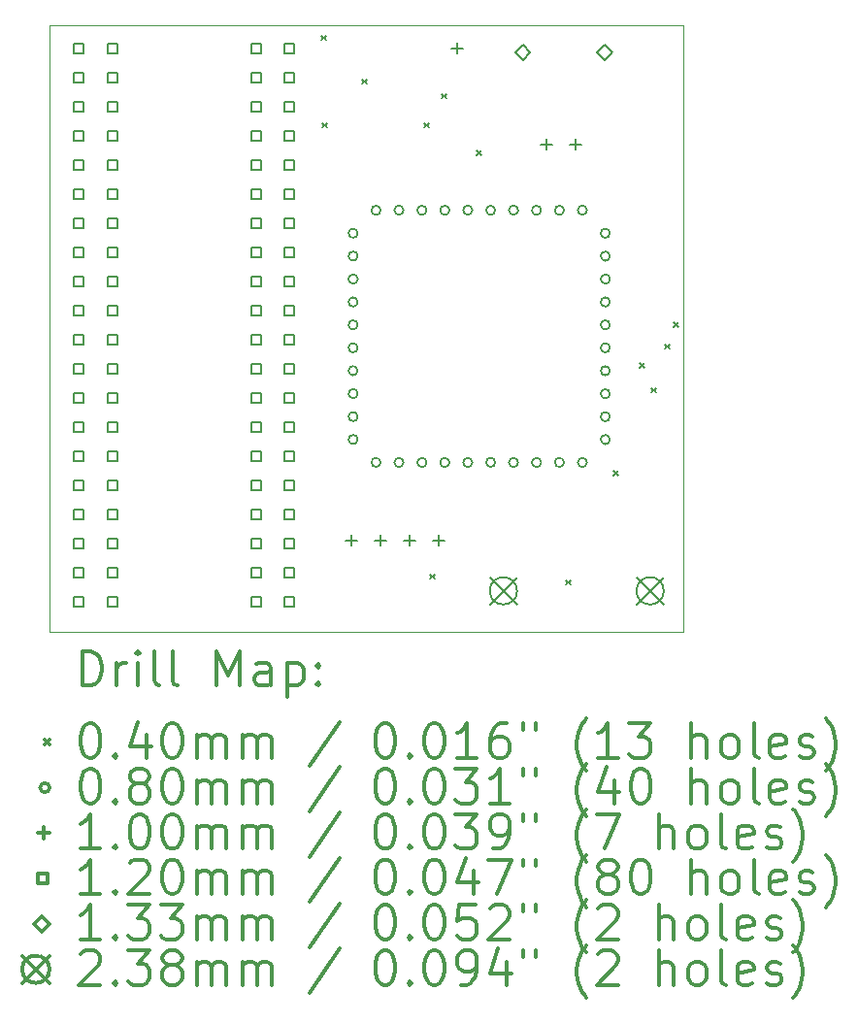
<source format=gbr>
%FSLAX45Y45*%
G04 Gerber Fmt 4.5, Leading zero omitted, Abs format (unit mm)*
G04 Created by KiCad (PCBNEW (5.1.6)-1) date 2022-08-20 08:16:11*
%MOMM*%
%LPD*%
G01*
G04 APERTURE LIST*
%TA.AperFunction,Profile*%
%ADD10C,0.050000*%
%TD*%
%ADD11C,0.200000*%
%ADD12C,0.300000*%
G04 APERTURE END LIST*
D10*
X12827000Y-11899900D02*
X12877800Y-11899900D01*
X12827000Y-6604000D02*
X12827000Y-11899900D01*
X18351500Y-6604000D02*
X12827000Y-6604000D01*
X18351500Y-11899900D02*
X18351500Y-6604000D01*
X12877800Y-11899900D02*
X18351500Y-11899900D01*
D11*
X15194600Y-6698300D02*
X15234600Y-6738300D01*
X15234600Y-6698300D02*
X15194600Y-6738300D01*
X15207300Y-7460300D02*
X15247300Y-7500300D01*
X15247300Y-7460300D02*
X15207300Y-7500300D01*
X15550200Y-7079300D02*
X15590200Y-7119300D01*
X15590200Y-7079300D02*
X15550200Y-7119300D01*
X16096300Y-7460300D02*
X16136300Y-7500300D01*
X16136300Y-7460300D02*
X16096300Y-7500300D01*
X16147100Y-11397300D02*
X16187100Y-11437300D01*
X16187100Y-11397300D02*
X16147100Y-11437300D01*
X16248700Y-7206300D02*
X16288700Y-7246300D01*
X16288700Y-7206300D02*
X16248700Y-7246300D01*
X16553500Y-7701600D02*
X16593500Y-7741600D01*
X16593500Y-7701600D02*
X16553500Y-7741600D01*
X17328200Y-11448100D02*
X17368200Y-11488100D01*
X17368200Y-11448100D02*
X17328200Y-11488100D01*
X17747300Y-10495600D02*
X17787300Y-10535600D01*
X17787300Y-10495600D02*
X17747300Y-10535600D01*
X17975900Y-9555800D02*
X18015900Y-9595800D01*
X18015900Y-9555800D02*
X17975900Y-9595800D01*
X18077500Y-9771700D02*
X18117500Y-9811700D01*
X18117500Y-9771700D02*
X18077500Y-9811700D01*
X18195001Y-9390700D02*
X18235001Y-9430700D01*
X18235001Y-9390700D02*
X18195001Y-9430700D01*
X18268000Y-9200200D02*
X18308000Y-9240200D01*
X18308000Y-9200200D02*
X18268000Y-9240200D01*
X15513500Y-8421800D02*
G75*
G03*
X15513500Y-8421800I-40000J0D01*
G01*
X15513500Y-8621800D02*
G75*
G03*
X15513500Y-8621800I-40000J0D01*
G01*
X15513500Y-8821800D02*
G75*
G03*
X15513500Y-8821800I-40000J0D01*
G01*
X15513500Y-9021800D02*
G75*
G03*
X15513500Y-9021800I-40000J0D01*
G01*
X15513500Y-9221800D02*
G75*
G03*
X15513500Y-9221800I-40000J0D01*
G01*
X15513500Y-9421800D02*
G75*
G03*
X15513500Y-9421800I-40000J0D01*
G01*
X15513500Y-9621800D02*
G75*
G03*
X15513500Y-9621800I-40000J0D01*
G01*
X15513500Y-9821800D02*
G75*
G03*
X15513500Y-9821800I-40000J0D01*
G01*
X15513500Y-10021800D02*
G75*
G03*
X15513500Y-10021800I-40000J0D01*
G01*
X15513500Y-10221800D02*
G75*
G03*
X15513500Y-10221800I-40000J0D01*
G01*
X15713500Y-8221800D02*
G75*
G03*
X15713500Y-8221800I-40000J0D01*
G01*
X15713500Y-10421800D02*
G75*
G03*
X15713500Y-10421800I-40000J0D01*
G01*
X15913500Y-8221800D02*
G75*
G03*
X15913500Y-8221800I-40000J0D01*
G01*
X15913500Y-10421800D02*
G75*
G03*
X15913500Y-10421800I-40000J0D01*
G01*
X16113500Y-8221800D02*
G75*
G03*
X16113500Y-8221800I-40000J0D01*
G01*
X16113500Y-10421800D02*
G75*
G03*
X16113500Y-10421800I-40000J0D01*
G01*
X16313500Y-8221800D02*
G75*
G03*
X16313500Y-8221800I-40000J0D01*
G01*
X16313500Y-10421800D02*
G75*
G03*
X16313500Y-10421800I-40000J0D01*
G01*
X16513500Y-8221800D02*
G75*
G03*
X16513500Y-8221800I-40000J0D01*
G01*
X16513500Y-10421800D02*
G75*
G03*
X16513500Y-10421800I-40000J0D01*
G01*
X16713500Y-8221800D02*
G75*
G03*
X16713500Y-8221800I-40000J0D01*
G01*
X16713500Y-10421800D02*
G75*
G03*
X16713500Y-10421800I-40000J0D01*
G01*
X16913500Y-8221800D02*
G75*
G03*
X16913500Y-8221800I-40000J0D01*
G01*
X16913500Y-10421800D02*
G75*
G03*
X16913500Y-10421800I-40000J0D01*
G01*
X17113500Y-8221800D02*
G75*
G03*
X17113500Y-8221800I-40000J0D01*
G01*
X17113500Y-10421800D02*
G75*
G03*
X17113500Y-10421800I-40000J0D01*
G01*
X17313500Y-8221800D02*
G75*
G03*
X17313500Y-8221800I-40000J0D01*
G01*
X17313500Y-10421800D02*
G75*
G03*
X17313500Y-10421800I-40000J0D01*
G01*
X17513500Y-8221800D02*
G75*
G03*
X17513500Y-8221800I-40000J0D01*
G01*
X17513500Y-10421800D02*
G75*
G03*
X17513500Y-10421800I-40000J0D01*
G01*
X17713500Y-8421800D02*
G75*
G03*
X17713500Y-8421800I-40000J0D01*
G01*
X17713500Y-8621800D02*
G75*
G03*
X17713500Y-8621800I-40000J0D01*
G01*
X17713500Y-8821800D02*
G75*
G03*
X17713500Y-8821800I-40000J0D01*
G01*
X17713500Y-9021800D02*
G75*
G03*
X17713500Y-9021800I-40000J0D01*
G01*
X17713500Y-9221800D02*
G75*
G03*
X17713500Y-9221800I-40000J0D01*
G01*
X17713500Y-9421800D02*
G75*
G03*
X17713500Y-9421800I-40000J0D01*
G01*
X17713500Y-9621800D02*
G75*
G03*
X17713500Y-9621800I-40000J0D01*
G01*
X17713500Y-9821800D02*
G75*
G03*
X17713500Y-9821800I-40000J0D01*
G01*
X17713500Y-10021800D02*
G75*
G03*
X17713500Y-10021800I-40000J0D01*
G01*
X17713500Y-10221800D02*
G75*
G03*
X17713500Y-10221800I-40000J0D01*
G01*
X15455900Y-11049800D02*
X15455900Y-11149800D01*
X15405900Y-11099800D02*
X15505900Y-11099800D01*
X15709900Y-11049800D02*
X15709900Y-11149800D01*
X15659900Y-11099800D02*
X15759900Y-11099800D01*
X15963900Y-11049800D02*
X15963900Y-11149800D01*
X15913900Y-11099800D02*
X16013900Y-11099800D01*
X16217900Y-11049800D02*
X16217900Y-11149800D01*
X16167900Y-11099800D02*
X16267900Y-11099800D01*
X17157700Y-7595400D02*
X17157700Y-7695400D01*
X17107700Y-7645400D02*
X17207700Y-7645400D01*
X17411700Y-7595400D02*
X17411700Y-7695400D01*
X17361700Y-7645400D02*
X17461700Y-7645400D01*
X16383000Y-6757200D02*
X16383000Y-6857200D01*
X16333000Y-6807200D02*
X16433000Y-6807200D01*
X13123427Y-6849627D02*
X13123427Y-6764773D01*
X13038573Y-6764773D01*
X13038573Y-6849627D01*
X13123427Y-6849627D01*
X13123427Y-7103627D02*
X13123427Y-7018773D01*
X13038573Y-7018773D01*
X13038573Y-7103627D01*
X13123427Y-7103627D01*
X13123427Y-7357627D02*
X13123427Y-7272773D01*
X13038573Y-7272773D01*
X13038573Y-7357627D01*
X13123427Y-7357627D01*
X13123427Y-7611627D02*
X13123427Y-7526773D01*
X13038573Y-7526773D01*
X13038573Y-7611627D01*
X13123427Y-7611627D01*
X13123427Y-7865627D02*
X13123427Y-7780773D01*
X13038573Y-7780773D01*
X13038573Y-7865627D01*
X13123427Y-7865627D01*
X13123427Y-8119627D02*
X13123427Y-8034773D01*
X13038573Y-8034773D01*
X13038573Y-8119627D01*
X13123427Y-8119627D01*
X13123427Y-8373627D02*
X13123427Y-8288773D01*
X13038573Y-8288773D01*
X13038573Y-8373627D01*
X13123427Y-8373627D01*
X13123427Y-8627627D02*
X13123427Y-8542773D01*
X13038573Y-8542773D01*
X13038573Y-8627627D01*
X13123427Y-8627627D01*
X13123427Y-8881627D02*
X13123427Y-8796773D01*
X13038573Y-8796773D01*
X13038573Y-8881627D01*
X13123427Y-8881627D01*
X13123427Y-9135627D02*
X13123427Y-9050773D01*
X13038573Y-9050773D01*
X13038573Y-9135627D01*
X13123427Y-9135627D01*
X13123427Y-9389627D02*
X13123427Y-9304773D01*
X13038573Y-9304773D01*
X13038573Y-9389627D01*
X13123427Y-9389627D01*
X13123427Y-9643627D02*
X13123427Y-9558773D01*
X13038573Y-9558773D01*
X13038573Y-9643627D01*
X13123427Y-9643627D01*
X13123427Y-9897627D02*
X13123427Y-9812773D01*
X13038573Y-9812773D01*
X13038573Y-9897627D01*
X13123427Y-9897627D01*
X13123427Y-10151627D02*
X13123427Y-10066773D01*
X13038573Y-10066773D01*
X13038573Y-10151627D01*
X13123427Y-10151627D01*
X13123427Y-10405627D02*
X13123427Y-10320773D01*
X13038573Y-10320773D01*
X13038573Y-10405627D01*
X13123427Y-10405627D01*
X13123427Y-10659627D02*
X13123427Y-10574773D01*
X13038573Y-10574773D01*
X13038573Y-10659627D01*
X13123427Y-10659627D01*
X13123427Y-10913627D02*
X13123427Y-10828773D01*
X13038573Y-10828773D01*
X13038573Y-10913627D01*
X13123427Y-10913627D01*
X13123427Y-11167627D02*
X13123427Y-11082773D01*
X13038573Y-11082773D01*
X13038573Y-11167627D01*
X13123427Y-11167627D01*
X13123427Y-11421627D02*
X13123427Y-11336773D01*
X13038573Y-11336773D01*
X13038573Y-11421627D01*
X13123427Y-11421627D01*
X13123427Y-11675627D02*
X13123427Y-11590773D01*
X13038573Y-11590773D01*
X13038573Y-11675627D01*
X13123427Y-11675627D01*
X14667427Y-6849627D02*
X14667427Y-6764773D01*
X14582573Y-6764773D01*
X14582573Y-6849627D01*
X14667427Y-6849627D01*
X14667427Y-7103627D02*
X14667427Y-7018773D01*
X14582573Y-7018773D01*
X14582573Y-7103627D01*
X14667427Y-7103627D01*
X14667427Y-7357627D02*
X14667427Y-7272773D01*
X14582573Y-7272773D01*
X14582573Y-7357627D01*
X14667427Y-7357627D01*
X14667427Y-7611627D02*
X14667427Y-7526773D01*
X14582573Y-7526773D01*
X14582573Y-7611627D01*
X14667427Y-7611627D01*
X14667427Y-7865627D02*
X14667427Y-7780773D01*
X14582573Y-7780773D01*
X14582573Y-7865627D01*
X14667427Y-7865627D01*
X14667427Y-8119627D02*
X14667427Y-8034773D01*
X14582573Y-8034773D01*
X14582573Y-8119627D01*
X14667427Y-8119627D01*
X14667427Y-8373627D02*
X14667427Y-8288773D01*
X14582573Y-8288773D01*
X14582573Y-8373627D01*
X14667427Y-8373627D01*
X14667427Y-8627627D02*
X14667427Y-8542773D01*
X14582573Y-8542773D01*
X14582573Y-8627627D01*
X14667427Y-8627627D01*
X14667427Y-8881627D02*
X14667427Y-8796773D01*
X14582573Y-8796773D01*
X14582573Y-8881627D01*
X14667427Y-8881627D01*
X14667427Y-9135627D02*
X14667427Y-9050773D01*
X14582573Y-9050773D01*
X14582573Y-9135627D01*
X14667427Y-9135627D01*
X14667427Y-9389627D02*
X14667427Y-9304773D01*
X14582573Y-9304773D01*
X14582573Y-9389627D01*
X14667427Y-9389627D01*
X14667427Y-9643627D02*
X14667427Y-9558773D01*
X14582573Y-9558773D01*
X14582573Y-9643627D01*
X14667427Y-9643627D01*
X14667427Y-9897627D02*
X14667427Y-9812773D01*
X14582573Y-9812773D01*
X14582573Y-9897627D01*
X14667427Y-9897627D01*
X14667427Y-10151627D02*
X14667427Y-10066773D01*
X14582573Y-10066773D01*
X14582573Y-10151627D01*
X14667427Y-10151627D01*
X14667427Y-10405627D02*
X14667427Y-10320773D01*
X14582573Y-10320773D01*
X14582573Y-10405627D01*
X14667427Y-10405627D01*
X14667427Y-10659627D02*
X14667427Y-10574773D01*
X14582573Y-10574773D01*
X14582573Y-10659627D01*
X14667427Y-10659627D01*
X14667427Y-10913627D02*
X14667427Y-10828773D01*
X14582573Y-10828773D01*
X14582573Y-10913627D01*
X14667427Y-10913627D01*
X14667427Y-11167627D02*
X14667427Y-11082773D01*
X14582573Y-11082773D01*
X14582573Y-11167627D01*
X14667427Y-11167627D01*
X14667427Y-11421627D02*
X14667427Y-11336773D01*
X14582573Y-11336773D01*
X14582573Y-11421627D01*
X14667427Y-11421627D01*
X14667427Y-11675627D02*
X14667427Y-11590773D01*
X14582573Y-11590773D01*
X14582573Y-11675627D01*
X14667427Y-11675627D01*
X13415527Y-6849627D02*
X13415527Y-6764773D01*
X13330673Y-6764773D01*
X13330673Y-6849627D01*
X13415527Y-6849627D01*
X13415527Y-7103627D02*
X13415527Y-7018773D01*
X13330673Y-7018773D01*
X13330673Y-7103627D01*
X13415527Y-7103627D01*
X13415527Y-7357627D02*
X13415527Y-7272773D01*
X13330673Y-7272773D01*
X13330673Y-7357627D01*
X13415527Y-7357627D01*
X13415527Y-7611627D02*
X13415527Y-7526773D01*
X13330673Y-7526773D01*
X13330673Y-7611627D01*
X13415527Y-7611627D01*
X13415527Y-7865627D02*
X13415527Y-7780773D01*
X13330673Y-7780773D01*
X13330673Y-7865627D01*
X13415527Y-7865627D01*
X13415527Y-8119627D02*
X13415527Y-8034773D01*
X13330673Y-8034773D01*
X13330673Y-8119627D01*
X13415527Y-8119627D01*
X13415527Y-8373627D02*
X13415527Y-8288773D01*
X13330673Y-8288773D01*
X13330673Y-8373627D01*
X13415527Y-8373627D01*
X13415527Y-8627627D02*
X13415527Y-8542773D01*
X13330673Y-8542773D01*
X13330673Y-8627627D01*
X13415527Y-8627627D01*
X13415527Y-8881627D02*
X13415527Y-8796773D01*
X13330673Y-8796773D01*
X13330673Y-8881627D01*
X13415527Y-8881627D01*
X13415527Y-9135627D02*
X13415527Y-9050773D01*
X13330673Y-9050773D01*
X13330673Y-9135627D01*
X13415527Y-9135627D01*
X13415527Y-9389627D02*
X13415527Y-9304773D01*
X13330673Y-9304773D01*
X13330673Y-9389627D01*
X13415527Y-9389627D01*
X13415527Y-9643627D02*
X13415527Y-9558773D01*
X13330673Y-9558773D01*
X13330673Y-9643627D01*
X13415527Y-9643627D01*
X13415527Y-9897627D02*
X13415527Y-9812773D01*
X13330673Y-9812773D01*
X13330673Y-9897627D01*
X13415527Y-9897627D01*
X13415527Y-10151627D02*
X13415527Y-10066773D01*
X13330673Y-10066773D01*
X13330673Y-10151627D01*
X13415527Y-10151627D01*
X13415527Y-10405627D02*
X13415527Y-10320773D01*
X13330673Y-10320773D01*
X13330673Y-10405627D01*
X13415527Y-10405627D01*
X13415527Y-10659627D02*
X13415527Y-10574773D01*
X13330673Y-10574773D01*
X13330673Y-10659627D01*
X13415527Y-10659627D01*
X13415527Y-10913627D02*
X13415527Y-10828773D01*
X13330673Y-10828773D01*
X13330673Y-10913627D01*
X13415527Y-10913627D01*
X13415527Y-11167627D02*
X13415527Y-11082773D01*
X13330673Y-11082773D01*
X13330673Y-11167627D01*
X13415527Y-11167627D01*
X13415527Y-11421627D02*
X13415527Y-11336773D01*
X13330673Y-11336773D01*
X13330673Y-11421627D01*
X13415527Y-11421627D01*
X13415527Y-11675627D02*
X13415527Y-11590773D01*
X13330673Y-11590773D01*
X13330673Y-11675627D01*
X13415527Y-11675627D01*
X14959527Y-6849627D02*
X14959527Y-6764773D01*
X14874673Y-6764773D01*
X14874673Y-6849627D01*
X14959527Y-6849627D01*
X14959527Y-7103627D02*
X14959527Y-7018773D01*
X14874673Y-7018773D01*
X14874673Y-7103627D01*
X14959527Y-7103627D01*
X14959527Y-7357627D02*
X14959527Y-7272773D01*
X14874673Y-7272773D01*
X14874673Y-7357627D01*
X14959527Y-7357627D01*
X14959527Y-7611627D02*
X14959527Y-7526773D01*
X14874673Y-7526773D01*
X14874673Y-7611627D01*
X14959527Y-7611627D01*
X14959527Y-7865627D02*
X14959527Y-7780773D01*
X14874673Y-7780773D01*
X14874673Y-7865627D01*
X14959527Y-7865627D01*
X14959527Y-8119627D02*
X14959527Y-8034773D01*
X14874673Y-8034773D01*
X14874673Y-8119627D01*
X14959527Y-8119627D01*
X14959527Y-8373627D02*
X14959527Y-8288773D01*
X14874673Y-8288773D01*
X14874673Y-8373627D01*
X14959527Y-8373627D01*
X14959527Y-8627627D02*
X14959527Y-8542773D01*
X14874673Y-8542773D01*
X14874673Y-8627627D01*
X14959527Y-8627627D01*
X14959527Y-8881627D02*
X14959527Y-8796773D01*
X14874673Y-8796773D01*
X14874673Y-8881627D01*
X14959527Y-8881627D01*
X14959527Y-9135627D02*
X14959527Y-9050773D01*
X14874673Y-9050773D01*
X14874673Y-9135627D01*
X14959527Y-9135627D01*
X14959527Y-9389627D02*
X14959527Y-9304773D01*
X14874673Y-9304773D01*
X14874673Y-9389627D01*
X14959527Y-9389627D01*
X14959527Y-9643627D02*
X14959527Y-9558773D01*
X14874673Y-9558773D01*
X14874673Y-9643627D01*
X14959527Y-9643627D01*
X14959527Y-9897627D02*
X14959527Y-9812773D01*
X14874673Y-9812773D01*
X14874673Y-9897627D01*
X14959527Y-9897627D01*
X14959527Y-10151627D02*
X14959527Y-10066773D01*
X14874673Y-10066773D01*
X14874673Y-10151627D01*
X14959527Y-10151627D01*
X14959527Y-10405627D02*
X14959527Y-10320773D01*
X14874673Y-10320773D01*
X14874673Y-10405627D01*
X14959527Y-10405627D01*
X14959527Y-10659627D02*
X14959527Y-10574773D01*
X14874673Y-10574773D01*
X14874673Y-10659627D01*
X14959527Y-10659627D01*
X14959527Y-10913627D02*
X14959527Y-10828773D01*
X14874673Y-10828773D01*
X14874673Y-10913627D01*
X14959527Y-10913627D01*
X14959527Y-11167627D02*
X14959527Y-11082773D01*
X14874673Y-11082773D01*
X14874673Y-11167627D01*
X14959527Y-11167627D01*
X14959527Y-11421627D02*
X14959527Y-11336773D01*
X14874673Y-11336773D01*
X14874673Y-11421627D01*
X14959527Y-11421627D01*
X14959527Y-11675627D02*
X14959527Y-11590773D01*
X14874673Y-11590773D01*
X14874673Y-11675627D01*
X14959527Y-11675627D01*
X16952600Y-6911725D02*
X17019025Y-6845300D01*
X16952600Y-6778875D01*
X16886175Y-6845300D01*
X16952600Y-6911725D01*
X17667600Y-6911725D02*
X17734025Y-6845300D01*
X17667600Y-6778875D01*
X17601175Y-6845300D01*
X17667600Y-6911725D01*
X16665400Y-11422900D02*
X16903400Y-11660900D01*
X16903400Y-11422900D02*
X16665400Y-11660900D01*
X16903400Y-11541900D02*
G75*
G03*
X16903400Y-11541900I-119000J0D01*
G01*
X17945400Y-11422900D02*
X18183400Y-11660900D01*
X18183400Y-11422900D02*
X17945400Y-11660900D01*
X18183400Y-11541900D02*
G75*
G03*
X18183400Y-11541900I-119000J0D01*
G01*
D12*
X13110928Y-12368114D02*
X13110928Y-12068114D01*
X13182357Y-12068114D01*
X13225214Y-12082400D01*
X13253786Y-12110971D01*
X13268071Y-12139543D01*
X13282357Y-12196686D01*
X13282357Y-12239543D01*
X13268071Y-12296686D01*
X13253786Y-12325257D01*
X13225214Y-12353829D01*
X13182357Y-12368114D01*
X13110928Y-12368114D01*
X13410928Y-12368114D02*
X13410928Y-12168114D01*
X13410928Y-12225257D02*
X13425214Y-12196686D01*
X13439500Y-12182400D01*
X13468071Y-12168114D01*
X13496643Y-12168114D01*
X13596643Y-12368114D02*
X13596643Y-12168114D01*
X13596643Y-12068114D02*
X13582357Y-12082400D01*
X13596643Y-12096686D01*
X13610928Y-12082400D01*
X13596643Y-12068114D01*
X13596643Y-12096686D01*
X13782357Y-12368114D02*
X13753786Y-12353829D01*
X13739500Y-12325257D01*
X13739500Y-12068114D01*
X13939500Y-12368114D02*
X13910928Y-12353829D01*
X13896643Y-12325257D01*
X13896643Y-12068114D01*
X14282357Y-12368114D02*
X14282357Y-12068114D01*
X14382357Y-12282400D01*
X14482357Y-12068114D01*
X14482357Y-12368114D01*
X14753786Y-12368114D02*
X14753786Y-12210971D01*
X14739500Y-12182400D01*
X14710928Y-12168114D01*
X14653786Y-12168114D01*
X14625214Y-12182400D01*
X14753786Y-12353829D02*
X14725214Y-12368114D01*
X14653786Y-12368114D01*
X14625214Y-12353829D01*
X14610928Y-12325257D01*
X14610928Y-12296686D01*
X14625214Y-12268114D01*
X14653786Y-12253829D01*
X14725214Y-12253829D01*
X14753786Y-12239543D01*
X14896643Y-12168114D02*
X14896643Y-12468114D01*
X14896643Y-12182400D02*
X14925214Y-12168114D01*
X14982357Y-12168114D01*
X15010928Y-12182400D01*
X15025214Y-12196686D01*
X15039500Y-12225257D01*
X15039500Y-12310971D01*
X15025214Y-12339543D01*
X15010928Y-12353829D01*
X14982357Y-12368114D01*
X14925214Y-12368114D01*
X14896643Y-12353829D01*
X15168071Y-12339543D02*
X15182357Y-12353829D01*
X15168071Y-12368114D01*
X15153786Y-12353829D01*
X15168071Y-12339543D01*
X15168071Y-12368114D01*
X15168071Y-12182400D02*
X15182357Y-12196686D01*
X15168071Y-12210971D01*
X15153786Y-12196686D01*
X15168071Y-12182400D01*
X15168071Y-12210971D01*
X12784500Y-12842400D02*
X12824500Y-12882400D01*
X12824500Y-12842400D02*
X12784500Y-12882400D01*
X13168071Y-12698114D02*
X13196643Y-12698114D01*
X13225214Y-12712400D01*
X13239500Y-12726686D01*
X13253786Y-12755257D01*
X13268071Y-12812400D01*
X13268071Y-12883829D01*
X13253786Y-12940971D01*
X13239500Y-12969543D01*
X13225214Y-12983829D01*
X13196643Y-12998114D01*
X13168071Y-12998114D01*
X13139500Y-12983829D01*
X13125214Y-12969543D01*
X13110928Y-12940971D01*
X13096643Y-12883829D01*
X13096643Y-12812400D01*
X13110928Y-12755257D01*
X13125214Y-12726686D01*
X13139500Y-12712400D01*
X13168071Y-12698114D01*
X13396643Y-12969543D02*
X13410928Y-12983829D01*
X13396643Y-12998114D01*
X13382357Y-12983829D01*
X13396643Y-12969543D01*
X13396643Y-12998114D01*
X13668071Y-12798114D02*
X13668071Y-12998114D01*
X13596643Y-12683829D02*
X13525214Y-12898114D01*
X13710928Y-12898114D01*
X13882357Y-12698114D02*
X13910928Y-12698114D01*
X13939500Y-12712400D01*
X13953786Y-12726686D01*
X13968071Y-12755257D01*
X13982357Y-12812400D01*
X13982357Y-12883829D01*
X13968071Y-12940971D01*
X13953786Y-12969543D01*
X13939500Y-12983829D01*
X13910928Y-12998114D01*
X13882357Y-12998114D01*
X13853786Y-12983829D01*
X13839500Y-12969543D01*
X13825214Y-12940971D01*
X13810928Y-12883829D01*
X13810928Y-12812400D01*
X13825214Y-12755257D01*
X13839500Y-12726686D01*
X13853786Y-12712400D01*
X13882357Y-12698114D01*
X14110928Y-12998114D02*
X14110928Y-12798114D01*
X14110928Y-12826686D02*
X14125214Y-12812400D01*
X14153786Y-12798114D01*
X14196643Y-12798114D01*
X14225214Y-12812400D01*
X14239500Y-12840971D01*
X14239500Y-12998114D01*
X14239500Y-12840971D02*
X14253786Y-12812400D01*
X14282357Y-12798114D01*
X14325214Y-12798114D01*
X14353786Y-12812400D01*
X14368071Y-12840971D01*
X14368071Y-12998114D01*
X14510928Y-12998114D02*
X14510928Y-12798114D01*
X14510928Y-12826686D02*
X14525214Y-12812400D01*
X14553786Y-12798114D01*
X14596643Y-12798114D01*
X14625214Y-12812400D01*
X14639500Y-12840971D01*
X14639500Y-12998114D01*
X14639500Y-12840971D02*
X14653786Y-12812400D01*
X14682357Y-12798114D01*
X14725214Y-12798114D01*
X14753786Y-12812400D01*
X14768071Y-12840971D01*
X14768071Y-12998114D01*
X15353786Y-12683829D02*
X15096643Y-13069543D01*
X15739500Y-12698114D02*
X15768071Y-12698114D01*
X15796643Y-12712400D01*
X15810928Y-12726686D01*
X15825214Y-12755257D01*
X15839500Y-12812400D01*
X15839500Y-12883829D01*
X15825214Y-12940971D01*
X15810928Y-12969543D01*
X15796643Y-12983829D01*
X15768071Y-12998114D01*
X15739500Y-12998114D01*
X15710928Y-12983829D01*
X15696643Y-12969543D01*
X15682357Y-12940971D01*
X15668071Y-12883829D01*
X15668071Y-12812400D01*
X15682357Y-12755257D01*
X15696643Y-12726686D01*
X15710928Y-12712400D01*
X15739500Y-12698114D01*
X15968071Y-12969543D02*
X15982357Y-12983829D01*
X15968071Y-12998114D01*
X15953786Y-12983829D01*
X15968071Y-12969543D01*
X15968071Y-12998114D01*
X16168071Y-12698114D02*
X16196643Y-12698114D01*
X16225214Y-12712400D01*
X16239500Y-12726686D01*
X16253786Y-12755257D01*
X16268071Y-12812400D01*
X16268071Y-12883829D01*
X16253786Y-12940971D01*
X16239500Y-12969543D01*
X16225214Y-12983829D01*
X16196643Y-12998114D01*
X16168071Y-12998114D01*
X16139500Y-12983829D01*
X16125214Y-12969543D01*
X16110928Y-12940971D01*
X16096643Y-12883829D01*
X16096643Y-12812400D01*
X16110928Y-12755257D01*
X16125214Y-12726686D01*
X16139500Y-12712400D01*
X16168071Y-12698114D01*
X16553786Y-12998114D02*
X16382357Y-12998114D01*
X16468071Y-12998114D02*
X16468071Y-12698114D01*
X16439500Y-12740971D01*
X16410928Y-12769543D01*
X16382357Y-12783829D01*
X16810928Y-12698114D02*
X16753786Y-12698114D01*
X16725214Y-12712400D01*
X16710928Y-12726686D01*
X16682357Y-12769543D01*
X16668071Y-12826686D01*
X16668071Y-12940971D01*
X16682357Y-12969543D01*
X16696643Y-12983829D01*
X16725214Y-12998114D01*
X16782357Y-12998114D01*
X16810928Y-12983829D01*
X16825214Y-12969543D01*
X16839500Y-12940971D01*
X16839500Y-12869543D01*
X16825214Y-12840971D01*
X16810928Y-12826686D01*
X16782357Y-12812400D01*
X16725214Y-12812400D01*
X16696643Y-12826686D01*
X16682357Y-12840971D01*
X16668071Y-12869543D01*
X16953786Y-12698114D02*
X16953786Y-12755257D01*
X17068071Y-12698114D02*
X17068071Y-12755257D01*
X17510928Y-13112400D02*
X17496643Y-13098114D01*
X17468071Y-13055257D01*
X17453786Y-13026686D01*
X17439500Y-12983829D01*
X17425214Y-12912400D01*
X17425214Y-12855257D01*
X17439500Y-12783829D01*
X17453786Y-12740971D01*
X17468071Y-12712400D01*
X17496643Y-12669543D01*
X17510928Y-12655257D01*
X17782357Y-12998114D02*
X17610928Y-12998114D01*
X17696643Y-12998114D02*
X17696643Y-12698114D01*
X17668071Y-12740971D01*
X17639500Y-12769543D01*
X17610928Y-12783829D01*
X17882357Y-12698114D02*
X18068071Y-12698114D01*
X17968071Y-12812400D01*
X18010928Y-12812400D01*
X18039500Y-12826686D01*
X18053786Y-12840971D01*
X18068071Y-12869543D01*
X18068071Y-12940971D01*
X18053786Y-12969543D01*
X18039500Y-12983829D01*
X18010928Y-12998114D01*
X17925214Y-12998114D01*
X17896643Y-12983829D01*
X17882357Y-12969543D01*
X18425214Y-12998114D02*
X18425214Y-12698114D01*
X18553786Y-12998114D02*
X18553786Y-12840971D01*
X18539500Y-12812400D01*
X18510928Y-12798114D01*
X18468071Y-12798114D01*
X18439500Y-12812400D01*
X18425214Y-12826686D01*
X18739500Y-12998114D02*
X18710928Y-12983829D01*
X18696643Y-12969543D01*
X18682357Y-12940971D01*
X18682357Y-12855257D01*
X18696643Y-12826686D01*
X18710928Y-12812400D01*
X18739500Y-12798114D01*
X18782357Y-12798114D01*
X18810928Y-12812400D01*
X18825214Y-12826686D01*
X18839500Y-12855257D01*
X18839500Y-12940971D01*
X18825214Y-12969543D01*
X18810928Y-12983829D01*
X18782357Y-12998114D01*
X18739500Y-12998114D01*
X19010928Y-12998114D02*
X18982357Y-12983829D01*
X18968071Y-12955257D01*
X18968071Y-12698114D01*
X19239500Y-12983829D02*
X19210928Y-12998114D01*
X19153786Y-12998114D01*
X19125214Y-12983829D01*
X19110928Y-12955257D01*
X19110928Y-12840971D01*
X19125214Y-12812400D01*
X19153786Y-12798114D01*
X19210928Y-12798114D01*
X19239500Y-12812400D01*
X19253786Y-12840971D01*
X19253786Y-12869543D01*
X19110928Y-12898114D01*
X19368071Y-12983829D02*
X19396643Y-12998114D01*
X19453786Y-12998114D01*
X19482357Y-12983829D01*
X19496643Y-12955257D01*
X19496643Y-12940971D01*
X19482357Y-12912400D01*
X19453786Y-12898114D01*
X19410928Y-12898114D01*
X19382357Y-12883829D01*
X19368071Y-12855257D01*
X19368071Y-12840971D01*
X19382357Y-12812400D01*
X19410928Y-12798114D01*
X19453786Y-12798114D01*
X19482357Y-12812400D01*
X19596643Y-13112400D02*
X19610928Y-13098114D01*
X19639500Y-13055257D01*
X19653786Y-13026686D01*
X19668071Y-12983829D01*
X19682357Y-12912400D01*
X19682357Y-12855257D01*
X19668071Y-12783829D01*
X19653786Y-12740971D01*
X19639500Y-12712400D01*
X19610928Y-12669543D01*
X19596643Y-12655257D01*
X12824500Y-13258400D02*
G75*
G03*
X12824500Y-13258400I-40000J0D01*
G01*
X13168071Y-13094114D02*
X13196643Y-13094114D01*
X13225214Y-13108400D01*
X13239500Y-13122686D01*
X13253786Y-13151257D01*
X13268071Y-13208400D01*
X13268071Y-13279829D01*
X13253786Y-13336971D01*
X13239500Y-13365543D01*
X13225214Y-13379829D01*
X13196643Y-13394114D01*
X13168071Y-13394114D01*
X13139500Y-13379829D01*
X13125214Y-13365543D01*
X13110928Y-13336971D01*
X13096643Y-13279829D01*
X13096643Y-13208400D01*
X13110928Y-13151257D01*
X13125214Y-13122686D01*
X13139500Y-13108400D01*
X13168071Y-13094114D01*
X13396643Y-13365543D02*
X13410928Y-13379829D01*
X13396643Y-13394114D01*
X13382357Y-13379829D01*
X13396643Y-13365543D01*
X13396643Y-13394114D01*
X13582357Y-13222686D02*
X13553786Y-13208400D01*
X13539500Y-13194114D01*
X13525214Y-13165543D01*
X13525214Y-13151257D01*
X13539500Y-13122686D01*
X13553786Y-13108400D01*
X13582357Y-13094114D01*
X13639500Y-13094114D01*
X13668071Y-13108400D01*
X13682357Y-13122686D01*
X13696643Y-13151257D01*
X13696643Y-13165543D01*
X13682357Y-13194114D01*
X13668071Y-13208400D01*
X13639500Y-13222686D01*
X13582357Y-13222686D01*
X13553786Y-13236971D01*
X13539500Y-13251257D01*
X13525214Y-13279829D01*
X13525214Y-13336971D01*
X13539500Y-13365543D01*
X13553786Y-13379829D01*
X13582357Y-13394114D01*
X13639500Y-13394114D01*
X13668071Y-13379829D01*
X13682357Y-13365543D01*
X13696643Y-13336971D01*
X13696643Y-13279829D01*
X13682357Y-13251257D01*
X13668071Y-13236971D01*
X13639500Y-13222686D01*
X13882357Y-13094114D02*
X13910928Y-13094114D01*
X13939500Y-13108400D01*
X13953786Y-13122686D01*
X13968071Y-13151257D01*
X13982357Y-13208400D01*
X13982357Y-13279829D01*
X13968071Y-13336971D01*
X13953786Y-13365543D01*
X13939500Y-13379829D01*
X13910928Y-13394114D01*
X13882357Y-13394114D01*
X13853786Y-13379829D01*
X13839500Y-13365543D01*
X13825214Y-13336971D01*
X13810928Y-13279829D01*
X13810928Y-13208400D01*
X13825214Y-13151257D01*
X13839500Y-13122686D01*
X13853786Y-13108400D01*
X13882357Y-13094114D01*
X14110928Y-13394114D02*
X14110928Y-13194114D01*
X14110928Y-13222686D02*
X14125214Y-13208400D01*
X14153786Y-13194114D01*
X14196643Y-13194114D01*
X14225214Y-13208400D01*
X14239500Y-13236971D01*
X14239500Y-13394114D01*
X14239500Y-13236971D02*
X14253786Y-13208400D01*
X14282357Y-13194114D01*
X14325214Y-13194114D01*
X14353786Y-13208400D01*
X14368071Y-13236971D01*
X14368071Y-13394114D01*
X14510928Y-13394114D02*
X14510928Y-13194114D01*
X14510928Y-13222686D02*
X14525214Y-13208400D01*
X14553786Y-13194114D01*
X14596643Y-13194114D01*
X14625214Y-13208400D01*
X14639500Y-13236971D01*
X14639500Y-13394114D01*
X14639500Y-13236971D02*
X14653786Y-13208400D01*
X14682357Y-13194114D01*
X14725214Y-13194114D01*
X14753786Y-13208400D01*
X14768071Y-13236971D01*
X14768071Y-13394114D01*
X15353786Y-13079829D02*
X15096643Y-13465543D01*
X15739500Y-13094114D02*
X15768071Y-13094114D01*
X15796643Y-13108400D01*
X15810928Y-13122686D01*
X15825214Y-13151257D01*
X15839500Y-13208400D01*
X15839500Y-13279829D01*
X15825214Y-13336971D01*
X15810928Y-13365543D01*
X15796643Y-13379829D01*
X15768071Y-13394114D01*
X15739500Y-13394114D01*
X15710928Y-13379829D01*
X15696643Y-13365543D01*
X15682357Y-13336971D01*
X15668071Y-13279829D01*
X15668071Y-13208400D01*
X15682357Y-13151257D01*
X15696643Y-13122686D01*
X15710928Y-13108400D01*
X15739500Y-13094114D01*
X15968071Y-13365543D02*
X15982357Y-13379829D01*
X15968071Y-13394114D01*
X15953786Y-13379829D01*
X15968071Y-13365543D01*
X15968071Y-13394114D01*
X16168071Y-13094114D02*
X16196643Y-13094114D01*
X16225214Y-13108400D01*
X16239500Y-13122686D01*
X16253786Y-13151257D01*
X16268071Y-13208400D01*
X16268071Y-13279829D01*
X16253786Y-13336971D01*
X16239500Y-13365543D01*
X16225214Y-13379829D01*
X16196643Y-13394114D01*
X16168071Y-13394114D01*
X16139500Y-13379829D01*
X16125214Y-13365543D01*
X16110928Y-13336971D01*
X16096643Y-13279829D01*
X16096643Y-13208400D01*
X16110928Y-13151257D01*
X16125214Y-13122686D01*
X16139500Y-13108400D01*
X16168071Y-13094114D01*
X16368071Y-13094114D02*
X16553786Y-13094114D01*
X16453786Y-13208400D01*
X16496643Y-13208400D01*
X16525214Y-13222686D01*
X16539500Y-13236971D01*
X16553786Y-13265543D01*
X16553786Y-13336971D01*
X16539500Y-13365543D01*
X16525214Y-13379829D01*
X16496643Y-13394114D01*
X16410928Y-13394114D01*
X16382357Y-13379829D01*
X16368071Y-13365543D01*
X16839500Y-13394114D02*
X16668071Y-13394114D01*
X16753786Y-13394114D02*
X16753786Y-13094114D01*
X16725214Y-13136971D01*
X16696643Y-13165543D01*
X16668071Y-13179829D01*
X16953786Y-13094114D02*
X16953786Y-13151257D01*
X17068071Y-13094114D02*
X17068071Y-13151257D01*
X17510928Y-13508400D02*
X17496643Y-13494114D01*
X17468071Y-13451257D01*
X17453786Y-13422686D01*
X17439500Y-13379829D01*
X17425214Y-13308400D01*
X17425214Y-13251257D01*
X17439500Y-13179829D01*
X17453786Y-13136971D01*
X17468071Y-13108400D01*
X17496643Y-13065543D01*
X17510928Y-13051257D01*
X17753786Y-13194114D02*
X17753786Y-13394114D01*
X17682357Y-13079829D02*
X17610928Y-13294114D01*
X17796643Y-13294114D01*
X17968071Y-13094114D02*
X17996643Y-13094114D01*
X18025214Y-13108400D01*
X18039500Y-13122686D01*
X18053786Y-13151257D01*
X18068071Y-13208400D01*
X18068071Y-13279829D01*
X18053786Y-13336971D01*
X18039500Y-13365543D01*
X18025214Y-13379829D01*
X17996643Y-13394114D01*
X17968071Y-13394114D01*
X17939500Y-13379829D01*
X17925214Y-13365543D01*
X17910928Y-13336971D01*
X17896643Y-13279829D01*
X17896643Y-13208400D01*
X17910928Y-13151257D01*
X17925214Y-13122686D01*
X17939500Y-13108400D01*
X17968071Y-13094114D01*
X18425214Y-13394114D02*
X18425214Y-13094114D01*
X18553786Y-13394114D02*
X18553786Y-13236971D01*
X18539500Y-13208400D01*
X18510928Y-13194114D01*
X18468071Y-13194114D01*
X18439500Y-13208400D01*
X18425214Y-13222686D01*
X18739500Y-13394114D02*
X18710928Y-13379829D01*
X18696643Y-13365543D01*
X18682357Y-13336971D01*
X18682357Y-13251257D01*
X18696643Y-13222686D01*
X18710928Y-13208400D01*
X18739500Y-13194114D01*
X18782357Y-13194114D01*
X18810928Y-13208400D01*
X18825214Y-13222686D01*
X18839500Y-13251257D01*
X18839500Y-13336971D01*
X18825214Y-13365543D01*
X18810928Y-13379829D01*
X18782357Y-13394114D01*
X18739500Y-13394114D01*
X19010928Y-13394114D02*
X18982357Y-13379829D01*
X18968071Y-13351257D01*
X18968071Y-13094114D01*
X19239500Y-13379829D02*
X19210928Y-13394114D01*
X19153786Y-13394114D01*
X19125214Y-13379829D01*
X19110928Y-13351257D01*
X19110928Y-13236971D01*
X19125214Y-13208400D01*
X19153786Y-13194114D01*
X19210928Y-13194114D01*
X19239500Y-13208400D01*
X19253786Y-13236971D01*
X19253786Y-13265543D01*
X19110928Y-13294114D01*
X19368071Y-13379829D02*
X19396643Y-13394114D01*
X19453786Y-13394114D01*
X19482357Y-13379829D01*
X19496643Y-13351257D01*
X19496643Y-13336971D01*
X19482357Y-13308400D01*
X19453786Y-13294114D01*
X19410928Y-13294114D01*
X19382357Y-13279829D01*
X19368071Y-13251257D01*
X19368071Y-13236971D01*
X19382357Y-13208400D01*
X19410928Y-13194114D01*
X19453786Y-13194114D01*
X19482357Y-13208400D01*
X19596643Y-13508400D02*
X19610928Y-13494114D01*
X19639500Y-13451257D01*
X19653786Y-13422686D01*
X19668071Y-13379829D01*
X19682357Y-13308400D01*
X19682357Y-13251257D01*
X19668071Y-13179829D01*
X19653786Y-13136971D01*
X19639500Y-13108400D01*
X19610928Y-13065543D01*
X19596643Y-13051257D01*
X12774500Y-13604400D02*
X12774500Y-13704400D01*
X12724500Y-13654400D02*
X12824500Y-13654400D01*
X13268071Y-13790114D02*
X13096643Y-13790114D01*
X13182357Y-13790114D02*
X13182357Y-13490114D01*
X13153786Y-13532971D01*
X13125214Y-13561543D01*
X13096643Y-13575829D01*
X13396643Y-13761543D02*
X13410928Y-13775829D01*
X13396643Y-13790114D01*
X13382357Y-13775829D01*
X13396643Y-13761543D01*
X13396643Y-13790114D01*
X13596643Y-13490114D02*
X13625214Y-13490114D01*
X13653786Y-13504400D01*
X13668071Y-13518686D01*
X13682357Y-13547257D01*
X13696643Y-13604400D01*
X13696643Y-13675829D01*
X13682357Y-13732971D01*
X13668071Y-13761543D01*
X13653786Y-13775829D01*
X13625214Y-13790114D01*
X13596643Y-13790114D01*
X13568071Y-13775829D01*
X13553786Y-13761543D01*
X13539500Y-13732971D01*
X13525214Y-13675829D01*
X13525214Y-13604400D01*
X13539500Y-13547257D01*
X13553786Y-13518686D01*
X13568071Y-13504400D01*
X13596643Y-13490114D01*
X13882357Y-13490114D02*
X13910928Y-13490114D01*
X13939500Y-13504400D01*
X13953786Y-13518686D01*
X13968071Y-13547257D01*
X13982357Y-13604400D01*
X13982357Y-13675829D01*
X13968071Y-13732971D01*
X13953786Y-13761543D01*
X13939500Y-13775829D01*
X13910928Y-13790114D01*
X13882357Y-13790114D01*
X13853786Y-13775829D01*
X13839500Y-13761543D01*
X13825214Y-13732971D01*
X13810928Y-13675829D01*
X13810928Y-13604400D01*
X13825214Y-13547257D01*
X13839500Y-13518686D01*
X13853786Y-13504400D01*
X13882357Y-13490114D01*
X14110928Y-13790114D02*
X14110928Y-13590114D01*
X14110928Y-13618686D02*
X14125214Y-13604400D01*
X14153786Y-13590114D01*
X14196643Y-13590114D01*
X14225214Y-13604400D01*
X14239500Y-13632971D01*
X14239500Y-13790114D01*
X14239500Y-13632971D02*
X14253786Y-13604400D01*
X14282357Y-13590114D01*
X14325214Y-13590114D01*
X14353786Y-13604400D01*
X14368071Y-13632971D01*
X14368071Y-13790114D01*
X14510928Y-13790114D02*
X14510928Y-13590114D01*
X14510928Y-13618686D02*
X14525214Y-13604400D01*
X14553786Y-13590114D01*
X14596643Y-13590114D01*
X14625214Y-13604400D01*
X14639500Y-13632971D01*
X14639500Y-13790114D01*
X14639500Y-13632971D02*
X14653786Y-13604400D01*
X14682357Y-13590114D01*
X14725214Y-13590114D01*
X14753786Y-13604400D01*
X14768071Y-13632971D01*
X14768071Y-13790114D01*
X15353786Y-13475829D02*
X15096643Y-13861543D01*
X15739500Y-13490114D02*
X15768071Y-13490114D01*
X15796643Y-13504400D01*
X15810928Y-13518686D01*
X15825214Y-13547257D01*
X15839500Y-13604400D01*
X15839500Y-13675829D01*
X15825214Y-13732971D01*
X15810928Y-13761543D01*
X15796643Y-13775829D01*
X15768071Y-13790114D01*
X15739500Y-13790114D01*
X15710928Y-13775829D01*
X15696643Y-13761543D01*
X15682357Y-13732971D01*
X15668071Y-13675829D01*
X15668071Y-13604400D01*
X15682357Y-13547257D01*
X15696643Y-13518686D01*
X15710928Y-13504400D01*
X15739500Y-13490114D01*
X15968071Y-13761543D02*
X15982357Y-13775829D01*
X15968071Y-13790114D01*
X15953786Y-13775829D01*
X15968071Y-13761543D01*
X15968071Y-13790114D01*
X16168071Y-13490114D02*
X16196643Y-13490114D01*
X16225214Y-13504400D01*
X16239500Y-13518686D01*
X16253786Y-13547257D01*
X16268071Y-13604400D01*
X16268071Y-13675829D01*
X16253786Y-13732971D01*
X16239500Y-13761543D01*
X16225214Y-13775829D01*
X16196643Y-13790114D01*
X16168071Y-13790114D01*
X16139500Y-13775829D01*
X16125214Y-13761543D01*
X16110928Y-13732971D01*
X16096643Y-13675829D01*
X16096643Y-13604400D01*
X16110928Y-13547257D01*
X16125214Y-13518686D01*
X16139500Y-13504400D01*
X16168071Y-13490114D01*
X16368071Y-13490114D02*
X16553786Y-13490114D01*
X16453786Y-13604400D01*
X16496643Y-13604400D01*
X16525214Y-13618686D01*
X16539500Y-13632971D01*
X16553786Y-13661543D01*
X16553786Y-13732971D01*
X16539500Y-13761543D01*
X16525214Y-13775829D01*
X16496643Y-13790114D01*
X16410928Y-13790114D01*
X16382357Y-13775829D01*
X16368071Y-13761543D01*
X16696643Y-13790114D02*
X16753786Y-13790114D01*
X16782357Y-13775829D01*
X16796643Y-13761543D01*
X16825214Y-13718686D01*
X16839500Y-13661543D01*
X16839500Y-13547257D01*
X16825214Y-13518686D01*
X16810928Y-13504400D01*
X16782357Y-13490114D01*
X16725214Y-13490114D01*
X16696643Y-13504400D01*
X16682357Y-13518686D01*
X16668071Y-13547257D01*
X16668071Y-13618686D01*
X16682357Y-13647257D01*
X16696643Y-13661543D01*
X16725214Y-13675829D01*
X16782357Y-13675829D01*
X16810928Y-13661543D01*
X16825214Y-13647257D01*
X16839500Y-13618686D01*
X16953786Y-13490114D02*
X16953786Y-13547257D01*
X17068071Y-13490114D02*
X17068071Y-13547257D01*
X17510928Y-13904400D02*
X17496643Y-13890114D01*
X17468071Y-13847257D01*
X17453786Y-13818686D01*
X17439500Y-13775829D01*
X17425214Y-13704400D01*
X17425214Y-13647257D01*
X17439500Y-13575829D01*
X17453786Y-13532971D01*
X17468071Y-13504400D01*
X17496643Y-13461543D01*
X17510928Y-13447257D01*
X17596643Y-13490114D02*
X17796643Y-13490114D01*
X17668071Y-13790114D01*
X18139500Y-13790114D02*
X18139500Y-13490114D01*
X18268071Y-13790114D02*
X18268071Y-13632971D01*
X18253786Y-13604400D01*
X18225214Y-13590114D01*
X18182357Y-13590114D01*
X18153786Y-13604400D01*
X18139500Y-13618686D01*
X18453786Y-13790114D02*
X18425214Y-13775829D01*
X18410928Y-13761543D01*
X18396643Y-13732971D01*
X18396643Y-13647257D01*
X18410928Y-13618686D01*
X18425214Y-13604400D01*
X18453786Y-13590114D01*
X18496643Y-13590114D01*
X18525214Y-13604400D01*
X18539500Y-13618686D01*
X18553786Y-13647257D01*
X18553786Y-13732971D01*
X18539500Y-13761543D01*
X18525214Y-13775829D01*
X18496643Y-13790114D01*
X18453786Y-13790114D01*
X18725214Y-13790114D02*
X18696643Y-13775829D01*
X18682357Y-13747257D01*
X18682357Y-13490114D01*
X18953786Y-13775829D02*
X18925214Y-13790114D01*
X18868071Y-13790114D01*
X18839500Y-13775829D01*
X18825214Y-13747257D01*
X18825214Y-13632971D01*
X18839500Y-13604400D01*
X18868071Y-13590114D01*
X18925214Y-13590114D01*
X18953786Y-13604400D01*
X18968071Y-13632971D01*
X18968071Y-13661543D01*
X18825214Y-13690114D01*
X19082357Y-13775829D02*
X19110928Y-13790114D01*
X19168071Y-13790114D01*
X19196643Y-13775829D01*
X19210928Y-13747257D01*
X19210928Y-13732971D01*
X19196643Y-13704400D01*
X19168071Y-13690114D01*
X19125214Y-13690114D01*
X19096643Y-13675829D01*
X19082357Y-13647257D01*
X19082357Y-13632971D01*
X19096643Y-13604400D01*
X19125214Y-13590114D01*
X19168071Y-13590114D01*
X19196643Y-13604400D01*
X19310928Y-13904400D02*
X19325214Y-13890114D01*
X19353786Y-13847257D01*
X19368071Y-13818686D01*
X19382357Y-13775829D01*
X19396643Y-13704400D01*
X19396643Y-13647257D01*
X19382357Y-13575829D01*
X19368071Y-13532971D01*
X19353786Y-13504400D01*
X19325214Y-13461543D01*
X19310928Y-13447257D01*
X12806927Y-14092827D02*
X12806927Y-14007973D01*
X12722073Y-14007973D01*
X12722073Y-14092827D01*
X12806927Y-14092827D01*
X13268071Y-14186114D02*
X13096643Y-14186114D01*
X13182357Y-14186114D02*
X13182357Y-13886114D01*
X13153786Y-13928971D01*
X13125214Y-13957543D01*
X13096643Y-13971829D01*
X13396643Y-14157543D02*
X13410928Y-14171829D01*
X13396643Y-14186114D01*
X13382357Y-14171829D01*
X13396643Y-14157543D01*
X13396643Y-14186114D01*
X13525214Y-13914686D02*
X13539500Y-13900400D01*
X13568071Y-13886114D01*
X13639500Y-13886114D01*
X13668071Y-13900400D01*
X13682357Y-13914686D01*
X13696643Y-13943257D01*
X13696643Y-13971829D01*
X13682357Y-14014686D01*
X13510928Y-14186114D01*
X13696643Y-14186114D01*
X13882357Y-13886114D02*
X13910928Y-13886114D01*
X13939500Y-13900400D01*
X13953786Y-13914686D01*
X13968071Y-13943257D01*
X13982357Y-14000400D01*
X13982357Y-14071829D01*
X13968071Y-14128971D01*
X13953786Y-14157543D01*
X13939500Y-14171829D01*
X13910928Y-14186114D01*
X13882357Y-14186114D01*
X13853786Y-14171829D01*
X13839500Y-14157543D01*
X13825214Y-14128971D01*
X13810928Y-14071829D01*
X13810928Y-14000400D01*
X13825214Y-13943257D01*
X13839500Y-13914686D01*
X13853786Y-13900400D01*
X13882357Y-13886114D01*
X14110928Y-14186114D02*
X14110928Y-13986114D01*
X14110928Y-14014686D02*
X14125214Y-14000400D01*
X14153786Y-13986114D01*
X14196643Y-13986114D01*
X14225214Y-14000400D01*
X14239500Y-14028971D01*
X14239500Y-14186114D01*
X14239500Y-14028971D02*
X14253786Y-14000400D01*
X14282357Y-13986114D01*
X14325214Y-13986114D01*
X14353786Y-14000400D01*
X14368071Y-14028971D01*
X14368071Y-14186114D01*
X14510928Y-14186114D02*
X14510928Y-13986114D01*
X14510928Y-14014686D02*
X14525214Y-14000400D01*
X14553786Y-13986114D01*
X14596643Y-13986114D01*
X14625214Y-14000400D01*
X14639500Y-14028971D01*
X14639500Y-14186114D01*
X14639500Y-14028971D02*
X14653786Y-14000400D01*
X14682357Y-13986114D01*
X14725214Y-13986114D01*
X14753786Y-14000400D01*
X14768071Y-14028971D01*
X14768071Y-14186114D01*
X15353786Y-13871829D02*
X15096643Y-14257543D01*
X15739500Y-13886114D02*
X15768071Y-13886114D01*
X15796643Y-13900400D01*
X15810928Y-13914686D01*
X15825214Y-13943257D01*
X15839500Y-14000400D01*
X15839500Y-14071829D01*
X15825214Y-14128971D01*
X15810928Y-14157543D01*
X15796643Y-14171829D01*
X15768071Y-14186114D01*
X15739500Y-14186114D01*
X15710928Y-14171829D01*
X15696643Y-14157543D01*
X15682357Y-14128971D01*
X15668071Y-14071829D01*
X15668071Y-14000400D01*
X15682357Y-13943257D01*
X15696643Y-13914686D01*
X15710928Y-13900400D01*
X15739500Y-13886114D01*
X15968071Y-14157543D02*
X15982357Y-14171829D01*
X15968071Y-14186114D01*
X15953786Y-14171829D01*
X15968071Y-14157543D01*
X15968071Y-14186114D01*
X16168071Y-13886114D02*
X16196643Y-13886114D01*
X16225214Y-13900400D01*
X16239500Y-13914686D01*
X16253786Y-13943257D01*
X16268071Y-14000400D01*
X16268071Y-14071829D01*
X16253786Y-14128971D01*
X16239500Y-14157543D01*
X16225214Y-14171829D01*
X16196643Y-14186114D01*
X16168071Y-14186114D01*
X16139500Y-14171829D01*
X16125214Y-14157543D01*
X16110928Y-14128971D01*
X16096643Y-14071829D01*
X16096643Y-14000400D01*
X16110928Y-13943257D01*
X16125214Y-13914686D01*
X16139500Y-13900400D01*
X16168071Y-13886114D01*
X16525214Y-13986114D02*
X16525214Y-14186114D01*
X16453786Y-13871829D02*
X16382357Y-14086114D01*
X16568071Y-14086114D01*
X16653786Y-13886114D02*
X16853786Y-13886114D01*
X16725214Y-14186114D01*
X16953786Y-13886114D02*
X16953786Y-13943257D01*
X17068071Y-13886114D02*
X17068071Y-13943257D01*
X17510928Y-14300400D02*
X17496643Y-14286114D01*
X17468071Y-14243257D01*
X17453786Y-14214686D01*
X17439500Y-14171829D01*
X17425214Y-14100400D01*
X17425214Y-14043257D01*
X17439500Y-13971829D01*
X17453786Y-13928971D01*
X17468071Y-13900400D01*
X17496643Y-13857543D01*
X17510928Y-13843257D01*
X17668071Y-14014686D02*
X17639500Y-14000400D01*
X17625214Y-13986114D01*
X17610928Y-13957543D01*
X17610928Y-13943257D01*
X17625214Y-13914686D01*
X17639500Y-13900400D01*
X17668071Y-13886114D01*
X17725214Y-13886114D01*
X17753786Y-13900400D01*
X17768071Y-13914686D01*
X17782357Y-13943257D01*
X17782357Y-13957543D01*
X17768071Y-13986114D01*
X17753786Y-14000400D01*
X17725214Y-14014686D01*
X17668071Y-14014686D01*
X17639500Y-14028971D01*
X17625214Y-14043257D01*
X17610928Y-14071829D01*
X17610928Y-14128971D01*
X17625214Y-14157543D01*
X17639500Y-14171829D01*
X17668071Y-14186114D01*
X17725214Y-14186114D01*
X17753786Y-14171829D01*
X17768071Y-14157543D01*
X17782357Y-14128971D01*
X17782357Y-14071829D01*
X17768071Y-14043257D01*
X17753786Y-14028971D01*
X17725214Y-14014686D01*
X17968071Y-13886114D02*
X17996643Y-13886114D01*
X18025214Y-13900400D01*
X18039500Y-13914686D01*
X18053786Y-13943257D01*
X18068071Y-14000400D01*
X18068071Y-14071829D01*
X18053786Y-14128971D01*
X18039500Y-14157543D01*
X18025214Y-14171829D01*
X17996643Y-14186114D01*
X17968071Y-14186114D01*
X17939500Y-14171829D01*
X17925214Y-14157543D01*
X17910928Y-14128971D01*
X17896643Y-14071829D01*
X17896643Y-14000400D01*
X17910928Y-13943257D01*
X17925214Y-13914686D01*
X17939500Y-13900400D01*
X17968071Y-13886114D01*
X18425214Y-14186114D02*
X18425214Y-13886114D01*
X18553786Y-14186114D02*
X18553786Y-14028971D01*
X18539500Y-14000400D01*
X18510928Y-13986114D01*
X18468071Y-13986114D01*
X18439500Y-14000400D01*
X18425214Y-14014686D01*
X18739500Y-14186114D02*
X18710928Y-14171829D01*
X18696643Y-14157543D01*
X18682357Y-14128971D01*
X18682357Y-14043257D01*
X18696643Y-14014686D01*
X18710928Y-14000400D01*
X18739500Y-13986114D01*
X18782357Y-13986114D01*
X18810928Y-14000400D01*
X18825214Y-14014686D01*
X18839500Y-14043257D01*
X18839500Y-14128971D01*
X18825214Y-14157543D01*
X18810928Y-14171829D01*
X18782357Y-14186114D01*
X18739500Y-14186114D01*
X19010928Y-14186114D02*
X18982357Y-14171829D01*
X18968071Y-14143257D01*
X18968071Y-13886114D01*
X19239500Y-14171829D02*
X19210928Y-14186114D01*
X19153786Y-14186114D01*
X19125214Y-14171829D01*
X19110928Y-14143257D01*
X19110928Y-14028971D01*
X19125214Y-14000400D01*
X19153786Y-13986114D01*
X19210928Y-13986114D01*
X19239500Y-14000400D01*
X19253786Y-14028971D01*
X19253786Y-14057543D01*
X19110928Y-14086114D01*
X19368071Y-14171829D02*
X19396643Y-14186114D01*
X19453786Y-14186114D01*
X19482357Y-14171829D01*
X19496643Y-14143257D01*
X19496643Y-14128971D01*
X19482357Y-14100400D01*
X19453786Y-14086114D01*
X19410928Y-14086114D01*
X19382357Y-14071829D01*
X19368071Y-14043257D01*
X19368071Y-14028971D01*
X19382357Y-14000400D01*
X19410928Y-13986114D01*
X19453786Y-13986114D01*
X19482357Y-14000400D01*
X19596643Y-14300400D02*
X19610928Y-14286114D01*
X19639500Y-14243257D01*
X19653786Y-14214686D01*
X19668071Y-14171829D01*
X19682357Y-14100400D01*
X19682357Y-14043257D01*
X19668071Y-13971829D01*
X19653786Y-13928971D01*
X19639500Y-13900400D01*
X19610928Y-13857543D01*
X19596643Y-13843257D01*
X12758075Y-14512825D02*
X12824500Y-14446400D01*
X12758075Y-14379975D01*
X12691650Y-14446400D01*
X12758075Y-14512825D01*
X13268071Y-14582114D02*
X13096643Y-14582114D01*
X13182357Y-14582114D02*
X13182357Y-14282114D01*
X13153786Y-14324971D01*
X13125214Y-14353543D01*
X13096643Y-14367829D01*
X13396643Y-14553543D02*
X13410928Y-14567829D01*
X13396643Y-14582114D01*
X13382357Y-14567829D01*
X13396643Y-14553543D01*
X13396643Y-14582114D01*
X13510928Y-14282114D02*
X13696643Y-14282114D01*
X13596643Y-14396400D01*
X13639500Y-14396400D01*
X13668071Y-14410686D01*
X13682357Y-14424971D01*
X13696643Y-14453543D01*
X13696643Y-14524971D01*
X13682357Y-14553543D01*
X13668071Y-14567829D01*
X13639500Y-14582114D01*
X13553786Y-14582114D01*
X13525214Y-14567829D01*
X13510928Y-14553543D01*
X13796643Y-14282114D02*
X13982357Y-14282114D01*
X13882357Y-14396400D01*
X13925214Y-14396400D01*
X13953786Y-14410686D01*
X13968071Y-14424971D01*
X13982357Y-14453543D01*
X13982357Y-14524971D01*
X13968071Y-14553543D01*
X13953786Y-14567829D01*
X13925214Y-14582114D01*
X13839500Y-14582114D01*
X13810928Y-14567829D01*
X13796643Y-14553543D01*
X14110928Y-14582114D02*
X14110928Y-14382114D01*
X14110928Y-14410686D02*
X14125214Y-14396400D01*
X14153786Y-14382114D01*
X14196643Y-14382114D01*
X14225214Y-14396400D01*
X14239500Y-14424971D01*
X14239500Y-14582114D01*
X14239500Y-14424971D02*
X14253786Y-14396400D01*
X14282357Y-14382114D01*
X14325214Y-14382114D01*
X14353786Y-14396400D01*
X14368071Y-14424971D01*
X14368071Y-14582114D01*
X14510928Y-14582114D02*
X14510928Y-14382114D01*
X14510928Y-14410686D02*
X14525214Y-14396400D01*
X14553786Y-14382114D01*
X14596643Y-14382114D01*
X14625214Y-14396400D01*
X14639500Y-14424971D01*
X14639500Y-14582114D01*
X14639500Y-14424971D02*
X14653786Y-14396400D01*
X14682357Y-14382114D01*
X14725214Y-14382114D01*
X14753786Y-14396400D01*
X14768071Y-14424971D01*
X14768071Y-14582114D01*
X15353786Y-14267829D02*
X15096643Y-14653543D01*
X15739500Y-14282114D02*
X15768071Y-14282114D01*
X15796643Y-14296400D01*
X15810928Y-14310686D01*
X15825214Y-14339257D01*
X15839500Y-14396400D01*
X15839500Y-14467829D01*
X15825214Y-14524971D01*
X15810928Y-14553543D01*
X15796643Y-14567829D01*
X15768071Y-14582114D01*
X15739500Y-14582114D01*
X15710928Y-14567829D01*
X15696643Y-14553543D01*
X15682357Y-14524971D01*
X15668071Y-14467829D01*
X15668071Y-14396400D01*
X15682357Y-14339257D01*
X15696643Y-14310686D01*
X15710928Y-14296400D01*
X15739500Y-14282114D01*
X15968071Y-14553543D02*
X15982357Y-14567829D01*
X15968071Y-14582114D01*
X15953786Y-14567829D01*
X15968071Y-14553543D01*
X15968071Y-14582114D01*
X16168071Y-14282114D02*
X16196643Y-14282114D01*
X16225214Y-14296400D01*
X16239500Y-14310686D01*
X16253786Y-14339257D01*
X16268071Y-14396400D01*
X16268071Y-14467829D01*
X16253786Y-14524971D01*
X16239500Y-14553543D01*
X16225214Y-14567829D01*
X16196643Y-14582114D01*
X16168071Y-14582114D01*
X16139500Y-14567829D01*
X16125214Y-14553543D01*
X16110928Y-14524971D01*
X16096643Y-14467829D01*
X16096643Y-14396400D01*
X16110928Y-14339257D01*
X16125214Y-14310686D01*
X16139500Y-14296400D01*
X16168071Y-14282114D01*
X16539500Y-14282114D02*
X16396643Y-14282114D01*
X16382357Y-14424971D01*
X16396643Y-14410686D01*
X16425214Y-14396400D01*
X16496643Y-14396400D01*
X16525214Y-14410686D01*
X16539500Y-14424971D01*
X16553786Y-14453543D01*
X16553786Y-14524971D01*
X16539500Y-14553543D01*
X16525214Y-14567829D01*
X16496643Y-14582114D01*
X16425214Y-14582114D01*
X16396643Y-14567829D01*
X16382357Y-14553543D01*
X16668071Y-14310686D02*
X16682357Y-14296400D01*
X16710928Y-14282114D01*
X16782357Y-14282114D01*
X16810928Y-14296400D01*
X16825214Y-14310686D01*
X16839500Y-14339257D01*
X16839500Y-14367829D01*
X16825214Y-14410686D01*
X16653786Y-14582114D01*
X16839500Y-14582114D01*
X16953786Y-14282114D02*
X16953786Y-14339257D01*
X17068071Y-14282114D02*
X17068071Y-14339257D01*
X17510928Y-14696400D02*
X17496643Y-14682114D01*
X17468071Y-14639257D01*
X17453786Y-14610686D01*
X17439500Y-14567829D01*
X17425214Y-14496400D01*
X17425214Y-14439257D01*
X17439500Y-14367829D01*
X17453786Y-14324971D01*
X17468071Y-14296400D01*
X17496643Y-14253543D01*
X17510928Y-14239257D01*
X17610928Y-14310686D02*
X17625214Y-14296400D01*
X17653786Y-14282114D01*
X17725214Y-14282114D01*
X17753786Y-14296400D01*
X17768071Y-14310686D01*
X17782357Y-14339257D01*
X17782357Y-14367829D01*
X17768071Y-14410686D01*
X17596643Y-14582114D01*
X17782357Y-14582114D01*
X18139500Y-14582114D02*
X18139500Y-14282114D01*
X18268071Y-14582114D02*
X18268071Y-14424971D01*
X18253786Y-14396400D01*
X18225214Y-14382114D01*
X18182357Y-14382114D01*
X18153786Y-14396400D01*
X18139500Y-14410686D01*
X18453786Y-14582114D02*
X18425214Y-14567829D01*
X18410928Y-14553543D01*
X18396643Y-14524971D01*
X18396643Y-14439257D01*
X18410928Y-14410686D01*
X18425214Y-14396400D01*
X18453786Y-14382114D01*
X18496643Y-14382114D01*
X18525214Y-14396400D01*
X18539500Y-14410686D01*
X18553786Y-14439257D01*
X18553786Y-14524971D01*
X18539500Y-14553543D01*
X18525214Y-14567829D01*
X18496643Y-14582114D01*
X18453786Y-14582114D01*
X18725214Y-14582114D02*
X18696643Y-14567829D01*
X18682357Y-14539257D01*
X18682357Y-14282114D01*
X18953786Y-14567829D02*
X18925214Y-14582114D01*
X18868071Y-14582114D01*
X18839500Y-14567829D01*
X18825214Y-14539257D01*
X18825214Y-14424971D01*
X18839500Y-14396400D01*
X18868071Y-14382114D01*
X18925214Y-14382114D01*
X18953786Y-14396400D01*
X18968071Y-14424971D01*
X18968071Y-14453543D01*
X18825214Y-14482114D01*
X19082357Y-14567829D02*
X19110928Y-14582114D01*
X19168071Y-14582114D01*
X19196643Y-14567829D01*
X19210928Y-14539257D01*
X19210928Y-14524971D01*
X19196643Y-14496400D01*
X19168071Y-14482114D01*
X19125214Y-14482114D01*
X19096643Y-14467829D01*
X19082357Y-14439257D01*
X19082357Y-14424971D01*
X19096643Y-14396400D01*
X19125214Y-14382114D01*
X19168071Y-14382114D01*
X19196643Y-14396400D01*
X19310928Y-14696400D02*
X19325214Y-14682114D01*
X19353786Y-14639257D01*
X19368071Y-14610686D01*
X19382357Y-14567829D01*
X19396643Y-14496400D01*
X19396643Y-14439257D01*
X19382357Y-14367829D01*
X19368071Y-14324971D01*
X19353786Y-14296400D01*
X19325214Y-14253543D01*
X19310928Y-14239257D01*
X12586500Y-14723400D02*
X12824500Y-14961400D01*
X12824500Y-14723400D02*
X12586500Y-14961400D01*
X12824500Y-14842400D02*
G75*
G03*
X12824500Y-14842400I-119000J0D01*
G01*
X13096643Y-14706686D02*
X13110928Y-14692400D01*
X13139500Y-14678114D01*
X13210928Y-14678114D01*
X13239500Y-14692400D01*
X13253786Y-14706686D01*
X13268071Y-14735257D01*
X13268071Y-14763829D01*
X13253786Y-14806686D01*
X13082357Y-14978114D01*
X13268071Y-14978114D01*
X13396643Y-14949543D02*
X13410928Y-14963829D01*
X13396643Y-14978114D01*
X13382357Y-14963829D01*
X13396643Y-14949543D01*
X13396643Y-14978114D01*
X13510928Y-14678114D02*
X13696643Y-14678114D01*
X13596643Y-14792400D01*
X13639500Y-14792400D01*
X13668071Y-14806686D01*
X13682357Y-14820971D01*
X13696643Y-14849543D01*
X13696643Y-14920971D01*
X13682357Y-14949543D01*
X13668071Y-14963829D01*
X13639500Y-14978114D01*
X13553786Y-14978114D01*
X13525214Y-14963829D01*
X13510928Y-14949543D01*
X13868071Y-14806686D02*
X13839500Y-14792400D01*
X13825214Y-14778114D01*
X13810928Y-14749543D01*
X13810928Y-14735257D01*
X13825214Y-14706686D01*
X13839500Y-14692400D01*
X13868071Y-14678114D01*
X13925214Y-14678114D01*
X13953786Y-14692400D01*
X13968071Y-14706686D01*
X13982357Y-14735257D01*
X13982357Y-14749543D01*
X13968071Y-14778114D01*
X13953786Y-14792400D01*
X13925214Y-14806686D01*
X13868071Y-14806686D01*
X13839500Y-14820971D01*
X13825214Y-14835257D01*
X13810928Y-14863829D01*
X13810928Y-14920971D01*
X13825214Y-14949543D01*
X13839500Y-14963829D01*
X13868071Y-14978114D01*
X13925214Y-14978114D01*
X13953786Y-14963829D01*
X13968071Y-14949543D01*
X13982357Y-14920971D01*
X13982357Y-14863829D01*
X13968071Y-14835257D01*
X13953786Y-14820971D01*
X13925214Y-14806686D01*
X14110928Y-14978114D02*
X14110928Y-14778114D01*
X14110928Y-14806686D02*
X14125214Y-14792400D01*
X14153786Y-14778114D01*
X14196643Y-14778114D01*
X14225214Y-14792400D01*
X14239500Y-14820971D01*
X14239500Y-14978114D01*
X14239500Y-14820971D02*
X14253786Y-14792400D01*
X14282357Y-14778114D01*
X14325214Y-14778114D01*
X14353786Y-14792400D01*
X14368071Y-14820971D01*
X14368071Y-14978114D01*
X14510928Y-14978114D02*
X14510928Y-14778114D01*
X14510928Y-14806686D02*
X14525214Y-14792400D01*
X14553786Y-14778114D01*
X14596643Y-14778114D01*
X14625214Y-14792400D01*
X14639500Y-14820971D01*
X14639500Y-14978114D01*
X14639500Y-14820971D02*
X14653786Y-14792400D01*
X14682357Y-14778114D01*
X14725214Y-14778114D01*
X14753786Y-14792400D01*
X14768071Y-14820971D01*
X14768071Y-14978114D01*
X15353786Y-14663829D02*
X15096643Y-15049543D01*
X15739500Y-14678114D02*
X15768071Y-14678114D01*
X15796643Y-14692400D01*
X15810928Y-14706686D01*
X15825214Y-14735257D01*
X15839500Y-14792400D01*
X15839500Y-14863829D01*
X15825214Y-14920971D01*
X15810928Y-14949543D01*
X15796643Y-14963829D01*
X15768071Y-14978114D01*
X15739500Y-14978114D01*
X15710928Y-14963829D01*
X15696643Y-14949543D01*
X15682357Y-14920971D01*
X15668071Y-14863829D01*
X15668071Y-14792400D01*
X15682357Y-14735257D01*
X15696643Y-14706686D01*
X15710928Y-14692400D01*
X15739500Y-14678114D01*
X15968071Y-14949543D02*
X15982357Y-14963829D01*
X15968071Y-14978114D01*
X15953786Y-14963829D01*
X15968071Y-14949543D01*
X15968071Y-14978114D01*
X16168071Y-14678114D02*
X16196643Y-14678114D01*
X16225214Y-14692400D01*
X16239500Y-14706686D01*
X16253786Y-14735257D01*
X16268071Y-14792400D01*
X16268071Y-14863829D01*
X16253786Y-14920971D01*
X16239500Y-14949543D01*
X16225214Y-14963829D01*
X16196643Y-14978114D01*
X16168071Y-14978114D01*
X16139500Y-14963829D01*
X16125214Y-14949543D01*
X16110928Y-14920971D01*
X16096643Y-14863829D01*
X16096643Y-14792400D01*
X16110928Y-14735257D01*
X16125214Y-14706686D01*
X16139500Y-14692400D01*
X16168071Y-14678114D01*
X16410928Y-14978114D02*
X16468071Y-14978114D01*
X16496643Y-14963829D01*
X16510928Y-14949543D01*
X16539500Y-14906686D01*
X16553786Y-14849543D01*
X16553786Y-14735257D01*
X16539500Y-14706686D01*
X16525214Y-14692400D01*
X16496643Y-14678114D01*
X16439500Y-14678114D01*
X16410928Y-14692400D01*
X16396643Y-14706686D01*
X16382357Y-14735257D01*
X16382357Y-14806686D01*
X16396643Y-14835257D01*
X16410928Y-14849543D01*
X16439500Y-14863829D01*
X16496643Y-14863829D01*
X16525214Y-14849543D01*
X16539500Y-14835257D01*
X16553786Y-14806686D01*
X16810928Y-14778114D02*
X16810928Y-14978114D01*
X16739500Y-14663829D02*
X16668071Y-14878114D01*
X16853786Y-14878114D01*
X16953786Y-14678114D02*
X16953786Y-14735257D01*
X17068071Y-14678114D02*
X17068071Y-14735257D01*
X17510928Y-15092400D02*
X17496643Y-15078114D01*
X17468071Y-15035257D01*
X17453786Y-15006686D01*
X17439500Y-14963829D01*
X17425214Y-14892400D01*
X17425214Y-14835257D01*
X17439500Y-14763829D01*
X17453786Y-14720971D01*
X17468071Y-14692400D01*
X17496643Y-14649543D01*
X17510928Y-14635257D01*
X17610928Y-14706686D02*
X17625214Y-14692400D01*
X17653786Y-14678114D01*
X17725214Y-14678114D01*
X17753786Y-14692400D01*
X17768071Y-14706686D01*
X17782357Y-14735257D01*
X17782357Y-14763829D01*
X17768071Y-14806686D01*
X17596643Y-14978114D01*
X17782357Y-14978114D01*
X18139500Y-14978114D02*
X18139500Y-14678114D01*
X18268071Y-14978114D02*
X18268071Y-14820971D01*
X18253786Y-14792400D01*
X18225214Y-14778114D01*
X18182357Y-14778114D01*
X18153786Y-14792400D01*
X18139500Y-14806686D01*
X18453786Y-14978114D02*
X18425214Y-14963829D01*
X18410928Y-14949543D01*
X18396643Y-14920971D01*
X18396643Y-14835257D01*
X18410928Y-14806686D01*
X18425214Y-14792400D01*
X18453786Y-14778114D01*
X18496643Y-14778114D01*
X18525214Y-14792400D01*
X18539500Y-14806686D01*
X18553786Y-14835257D01*
X18553786Y-14920971D01*
X18539500Y-14949543D01*
X18525214Y-14963829D01*
X18496643Y-14978114D01*
X18453786Y-14978114D01*
X18725214Y-14978114D02*
X18696643Y-14963829D01*
X18682357Y-14935257D01*
X18682357Y-14678114D01*
X18953786Y-14963829D02*
X18925214Y-14978114D01*
X18868071Y-14978114D01*
X18839500Y-14963829D01*
X18825214Y-14935257D01*
X18825214Y-14820971D01*
X18839500Y-14792400D01*
X18868071Y-14778114D01*
X18925214Y-14778114D01*
X18953786Y-14792400D01*
X18968071Y-14820971D01*
X18968071Y-14849543D01*
X18825214Y-14878114D01*
X19082357Y-14963829D02*
X19110928Y-14978114D01*
X19168071Y-14978114D01*
X19196643Y-14963829D01*
X19210928Y-14935257D01*
X19210928Y-14920971D01*
X19196643Y-14892400D01*
X19168071Y-14878114D01*
X19125214Y-14878114D01*
X19096643Y-14863829D01*
X19082357Y-14835257D01*
X19082357Y-14820971D01*
X19096643Y-14792400D01*
X19125214Y-14778114D01*
X19168071Y-14778114D01*
X19196643Y-14792400D01*
X19310928Y-15092400D02*
X19325214Y-15078114D01*
X19353786Y-15035257D01*
X19368071Y-15006686D01*
X19382357Y-14963829D01*
X19396643Y-14892400D01*
X19396643Y-14835257D01*
X19382357Y-14763829D01*
X19368071Y-14720971D01*
X19353786Y-14692400D01*
X19325214Y-14649543D01*
X19310928Y-14635257D01*
M02*

</source>
